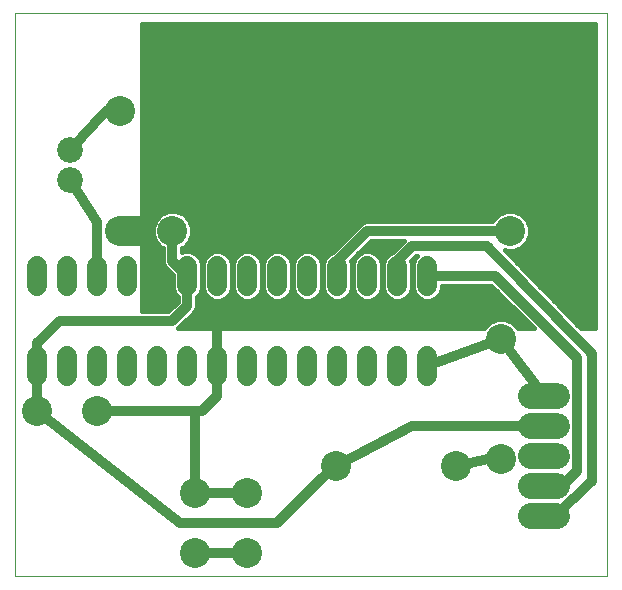
<source format=gbl>
G75*
%MOIN*%
%OFA0B0*%
%FSLAX24Y24*%
%IPPOS*%
%LPD*%
%AMOC8*
5,1,8,0,0,1.08239X$1,22.5*
%
%ADD10C,0.0000*%
%ADD11C,0.1000*%
%ADD12C,0.0860*%
%ADD13C,0.0860*%
%ADD14C,0.0660*%
%ADD15C,0.0320*%
%ADD16C,0.0160*%
%ADD17C,0.1000*%
D10*
X001005Y002134D02*
X020755Y002134D01*
X020755Y020884D01*
X001005Y020884D01*
X001005Y002134D01*
D11*
X001755Y007634D03*
X003755Y007634D03*
X007005Y004884D03*
X008755Y004884D03*
X008755Y002884D03*
X007005Y002884D03*
X011705Y005784D03*
X015705Y005784D03*
X017205Y006034D03*
X017205Y010034D03*
X017505Y013634D03*
X006255Y013634D03*
X006255Y015634D03*
X004505Y013634D03*
X004505Y017634D03*
D12*
X018225Y008134D02*
X019085Y008134D01*
X019085Y007134D02*
X018225Y007134D01*
X018225Y006134D02*
X019085Y006134D01*
X019085Y005134D02*
X018225Y005134D01*
X018225Y004134D02*
X019085Y004134D01*
D13*
X002855Y015334D03*
X002855Y016334D03*
D14*
X002755Y012464D02*
X002755Y011804D01*
X001755Y011804D02*
X001755Y012464D01*
X003755Y012464D02*
X003755Y011804D01*
X004755Y011804D02*
X004755Y012464D01*
X005755Y012464D02*
X005755Y011804D01*
X006755Y011804D02*
X006755Y012464D01*
X007755Y012464D02*
X007755Y011804D01*
X008755Y011804D02*
X008755Y012464D01*
X009755Y012464D02*
X009755Y011804D01*
X010755Y011804D02*
X010755Y012464D01*
X011755Y012464D02*
X011755Y011804D01*
X012755Y011804D02*
X012755Y012464D01*
X013755Y012464D02*
X013755Y011804D01*
X014755Y011804D02*
X014755Y012464D01*
X014755Y009464D02*
X014755Y008804D01*
X013755Y008804D02*
X013755Y009464D01*
X012755Y009464D02*
X012755Y008804D01*
X011755Y008804D02*
X011755Y009464D01*
X010755Y009464D02*
X010755Y008804D01*
X009755Y008804D02*
X009755Y009464D01*
X008755Y009464D02*
X008755Y008804D01*
X007755Y008804D02*
X007755Y009464D01*
X006755Y009464D02*
X006755Y008804D01*
X005755Y008804D02*
X005755Y009464D01*
X004755Y009464D02*
X004755Y008804D01*
X003755Y008804D02*
X003755Y009464D01*
X002755Y009464D02*
X002755Y008804D01*
X001755Y008804D02*
X001755Y009464D01*
D15*
X001755Y009134D02*
X001755Y009884D01*
X002505Y010634D01*
X006255Y010634D01*
X006755Y011134D01*
X006755Y012134D01*
X006255Y012634D01*
X006255Y013634D01*
X003755Y013934D02*
X003755Y012134D01*
X003755Y013934D02*
X002855Y015334D01*
X002855Y016334D02*
X004055Y017634D01*
X004505Y017634D01*
X007755Y010634D02*
X007755Y009134D01*
X007755Y008134D01*
X007255Y007634D01*
X007005Y007634D01*
X007005Y004884D01*
X008755Y004884D01*
X009755Y003884D02*
X006505Y003884D01*
X001755Y007634D01*
X001755Y009134D01*
X003755Y007634D02*
X007005Y007634D01*
X009755Y003884D02*
X011255Y005384D01*
X011705Y005784D01*
X014255Y007134D01*
X018655Y007134D01*
X018655Y008134D02*
X017205Y010034D01*
X014755Y009134D01*
X014755Y012134D02*
X017005Y012134D01*
X019755Y009384D01*
X019755Y005634D01*
X019255Y005134D01*
X018655Y005134D01*
X018655Y004134D02*
X019005Y004134D01*
X020255Y005284D01*
X020255Y009534D01*
X016755Y013134D01*
X014255Y013134D01*
X013755Y012634D01*
X013755Y012134D01*
X012755Y013634D02*
X017505Y013634D01*
X012755Y013634D02*
X011755Y012634D01*
X011755Y012134D01*
X015705Y005784D02*
X017255Y006134D01*
X017205Y006034D01*
X008755Y002884D02*
X007005Y002884D01*
D16*
X006458Y010384D02*
X016636Y010384D01*
X016645Y010408D01*
X016831Y010594D01*
X017074Y010694D01*
X017336Y010694D01*
X017579Y010594D01*
X017765Y010408D01*
X017774Y010384D01*
X018302Y010384D01*
X016872Y011814D01*
X015245Y011814D01*
X015245Y011707D01*
X015170Y011527D01*
X015033Y011389D01*
X014852Y011314D01*
X014658Y011314D01*
X014477Y011389D01*
X014340Y011527D01*
X014265Y011707D01*
X014265Y012562D01*
X014340Y012742D01*
X014412Y012814D01*
X014388Y012814D01*
X014213Y012639D01*
X014245Y012562D01*
X014245Y011707D01*
X014170Y011527D01*
X014033Y011389D01*
X013852Y011314D01*
X013658Y011314D01*
X013477Y011389D01*
X013340Y011527D01*
X013265Y011707D01*
X013265Y012562D01*
X013340Y012742D01*
X013477Y012880D01*
X013598Y012929D01*
X013982Y013314D01*
X012888Y013314D01*
X012213Y012639D01*
X012245Y012562D01*
X012245Y011707D01*
X012170Y011527D01*
X012033Y011389D01*
X011852Y011314D01*
X011658Y011314D01*
X011477Y011389D01*
X011340Y011527D01*
X011265Y011707D01*
X011265Y012562D01*
X011340Y012742D01*
X011477Y012880D01*
X011598Y012929D01*
X012484Y013815D01*
X012574Y013906D01*
X012691Y013954D01*
X016923Y013954D01*
X016945Y014008D01*
X017131Y014194D01*
X017374Y014294D01*
X017636Y014294D01*
X017879Y014194D01*
X018065Y014008D01*
X018165Y013766D01*
X018165Y013503D01*
X018065Y013260D01*
X017879Y013075D01*
X017636Y012974D01*
X017374Y012974D01*
X017345Y012986D01*
X019875Y010384D01*
X020355Y010384D01*
X020355Y020534D01*
X005255Y020534D01*
X005255Y010954D01*
X006122Y010954D01*
X006435Y011267D01*
X006435Y011431D01*
X006340Y011527D01*
X006265Y011707D01*
X006265Y012172D01*
X005984Y012453D01*
X005935Y012571D01*
X005255Y012571D01*
X005255Y012729D02*
X005935Y012729D01*
X005935Y012571D02*
X005935Y013052D01*
X005881Y013075D01*
X005695Y013260D01*
X005595Y013503D01*
X005595Y013766D01*
X005695Y014008D01*
X005881Y014194D01*
X006124Y014294D01*
X006386Y014294D01*
X006629Y014194D01*
X006815Y014008D01*
X006915Y013766D01*
X006915Y013503D01*
X006815Y013260D01*
X006629Y013075D01*
X006575Y013052D01*
X006575Y012920D01*
X006658Y012954D01*
X006852Y012954D01*
X007033Y012880D01*
X007170Y012742D01*
X007245Y012562D01*
X007245Y011707D01*
X007170Y011527D01*
X007075Y011431D01*
X007075Y011071D01*
X007026Y010953D01*
X006936Y010863D01*
X006526Y010453D01*
X006458Y010384D01*
X006584Y010510D02*
X016748Y010510D01*
X017012Y010669D02*
X006742Y010669D01*
X006901Y010827D02*
X017859Y010827D01*
X017701Y010986D02*
X007040Y010986D01*
X007075Y011144D02*
X017542Y011144D01*
X017384Y011303D02*
X007075Y011303D01*
X007105Y011461D02*
X007405Y011461D01*
X007340Y011527D02*
X007265Y011707D01*
X007265Y012562D01*
X007340Y012742D01*
X007477Y012880D01*
X007658Y012954D01*
X007852Y012954D01*
X008033Y012880D01*
X008170Y012742D01*
X008245Y012562D01*
X008245Y011707D01*
X008170Y011527D01*
X008033Y011389D01*
X007852Y011314D01*
X007658Y011314D01*
X007477Y011389D01*
X007340Y011527D01*
X007301Y011620D02*
X007209Y011620D01*
X007245Y011778D02*
X007265Y011778D01*
X007265Y011937D02*
X007245Y011937D01*
X007245Y012095D02*
X007265Y012095D01*
X007265Y012254D02*
X007245Y012254D01*
X007245Y012412D02*
X007265Y012412D01*
X007269Y012571D02*
X007241Y012571D01*
X007176Y012729D02*
X007334Y012729D01*
X007497Y012888D02*
X007013Y012888D01*
X006759Y013205D02*
X011873Y013205D01*
X012031Y013363D02*
X006857Y013363D01*
X006915Y013522D02*
X012190Y013522D01*
X012348Y013680D02*
X006915Y013680D01*
X006885Y013839D02*
X012507Y013839D01*
X012778Y013205D02*
X013873Y013205D01*
X013714Y013046D02*
X012620Y013046D01*
X012658Y012954D02*
X012852Y012954D01*
X013033Y012880D01*
X013170Y012742D01*
X013245Y012562D01*
X013245Y011707D01*
X013170Y011527D01*
X013033Y011389D01*
X012852Y011314D01*
X012658Y011314D01*
X012477Y011389D01*
X012340Y011527D01*
X012265Y011707D01*
X012265Y012562D01*
X012340Y012742D01*
X012477Y012880D01*
X012658Y012954D01*
X012497Y012888D02*
X012461Y012888D01*
X012334Y012729D02*
X012303Y012729D01*
X012269Y012571D02*
X012241Y012571D01*
X012245Y012412D02*
X012265Y012412D01*
X012265Y012254D02*
X012245Y012254D01*
X012245Y012095D02*
X012265Y012095D01*
X012265Y011937D02*
X012245Y011937D01*
X012245Y011778D02*
X012265Y011778D01*
X012301Y011620D02*
X012209Y011620D01*
X012105Y011461D02*
X012405Y011461D01*
X013105Y011461D02*
X013405Y011461D01*
X013301Y011620D02*
X013209Y011620D01*
X013245Y011778D02*
X013265Y011778D01*
X013265Y011937D02*
X013245Y011937D01*
X013245Y012095D02*
X013265Y012095D01*
X013265Y012254D02*
X013245Y012254D01*
X013245Y012412D02*
X013265Y012412D01*
X013269Y012571D02*
X013241Y012571D01*
X013176Y012729D02*
X013334Y012729D01*
X013497Y012888D02*
X013013Y012888D01*
X014105Y011461D02*
X014405Y011461D01*
X014301Y011620D02*
X014209Y011620D01*
X014245Y011778D02*
X014265Y011778D01*
X014265Y011937D02*
X014245Y011937D01*
X014245Y012095D02*
X014265Y012095D01*
X014265Y012254D02*
X014245Y012254D01*
X014245Y012412D02*
X014265Y012412D01*
X014269Y012571D02*
X014241Y012571D01*
X014303Y012729D02*
X014334Y012729D01*
X015245Y011778D02*
X016908Y011778D01*
X017067Y011620D02*
X015209Y011620D01*
X015105Y011461D02*
X017225Y011461D01*
X018057Y012254D02*
X020355Y012254D01*
X020355Y012412D02*
X017903Y012412D01*
X017749Y012571D02*
X020355Y012571D01*
X020355Y012729D02*
X017595Y012729D01*
X017441Y012888D02*
X020355Y012888D01*
X020355Y013046D02*
X017810Y013046D01*
X018009Y013205D02*
X020355Y013205D01*
X020355Y013363D02*
X018107Y013363D01*
X018165Y013522D02*
X020355Y013522D01*
X020355Y013680D02*
X018165Y013680D01*
X018135Y013839D02*
X020355Y013839D01*
X020355Y013997D02*
X018069Y013997D01*
X017917Y014156D02*
X020355Y014156D01*
X020355Y014314D02*
X005255Y014314D01*
X005255Y014156D02*
X005843Y014156D01*
X005691Y013997D02*
X005255Y013997D01*
X005255Y013839D02*
X005625Y013839D01*
X005595Y013680D02*
X005255Y013680D01*
X005255Y013522D02*
X005595Y013522D01*
X005653Y013363D02*
X005255Y013363D01*
X005255Y013205D02*
X005751Y013205D01*
X005935Y013046D02*
X005255Y013046D01*
X005255Y012888D02*
X005935Y012888D01*
X006024Y012412D02*
X005255Y012412D01*
X005255Y012254D02*
X006183Y012254D01*
X006265Y012095D02*
X005255Y012095D01*
X005255Y011937D02*
X006265Y011937D01*
X006265Y011778D02*
X005255Y011778D01*
X005255Y011620D02*
X006301Y011620D01*
X006405Y011461D02*
X005255Y011461D01*
X005255Y011303D02*
X006435Y011303D01*
X006312Y011144D02*
X005255Y011144D01*
X005255Y010986D02*
X006154Y010986D01*
X006575Y013046D02*
X011714Y013046D01*
X011497Y012888D02*
X011013Y012888D01*
X011033Y012880D02*
X011170Y012742D01*
X011245Y012562D01*
X011245Y011707D01*
X011170Y011527D01*
X011033Y011389D01*
X010852Y011314D01*
X010658Y011314D01*
X010477Y011389D01*
X010340Y011527D01*
X010265Y011707D01*
X010265Y012562D01*
X010340Y012742D01*
X010477Y012880D01*
X010658Y012954D01*
X010852Y012954D01*
X011033Y012880D01*
X011176Y012729D02*
X011334Y012729D01*
X011269Y012571D02*
X011241Y012571D01*
X011245Y012412D02*
X011265Y012412D01*
X011265Y012254D02*
X011245Y012254D01*
X011245Y012095D02*
X011265Y012095D01*
X011265Y011937D02*
X011245Y011937D01*
X011245Y011778D02*
X011265Y011778D01*
X011301Y011620D02*
X011209Y011620D01*
X011105Y011461D02*
X011405Y011461D01*
X010405Y011461D02*
X010105Y011461D01*
X010170Y011527D02*
X010245Y011707D01*
X010245Y012562D01*
X010170Y012742D01*
X010033Y012880D01*
X009852Y012954D01*
X009658Y012954D01*
X009477Y012880D01*
X009340Y012742D01*
X009265Y012562D01*
X009265Y011707D01*
X009340Y011527D01*
X009477Y011389D01*
X009658Y011314D01*
X009852Y011314D01*
X010033Y011389D01*
X010170Y011527D01*
X010209Y011620D02*
X010301Y011620D01*
X010265Y011778D02*
X010245Y011778D01*
X010245Y011937D02*
X010265Y011937D01*
X010265Y012095D02*
X010245Y012095D01*
X010245Y012254D02*
X010265Y012254D01*
X010265Y012412D02*
X010245Y012412D01*
X010241Y012571D02*
X010269Y012571D01*
X010334Y012729D02*
X010176Y012729D01*
X010013Y012888D02*
X010497Y012888D01*
X009497Y012888D02*
X009013Y012888D01*
X009033Y012880D02*
X009170Y012742D01*
X009245Y012562D01*
X009245Y011707D01*
X009170Y011527D01*
X009033Y011389D01*
X008852Y011314D01*
X008658Y011314D01*
X008477Y011389D01*
X008340Y011527D01*
X008265Y011707D01*
X008265Y012562D01*
X008340Y012742D01*
X008477Y012880D01*
X008658Y012954D01*
X008852Y012954D01*
X009033Y012880D01*
X009176Y012729D02*
X009334Y012729D01*
X009269Y012571D02*
X009241Y012571D01*
X009245Y012412D02*
X009265Y012412D01*
X009265Y012254D02*
X009245Y012254D01*
X009245Y012095D02*
X009265Y012095D01*
X009265Y011937D02*
X009245Y011937D01*
X009245Y011778D02*
X009265Y011778D01*
X009301Y011620D02*
X009209Y011620D01*
X009105Y011461D02*
X009405Y011461D01*
X008405Y011461D02*
X008105Y011461D01*
X008209Y011620D02*
X008301Y011620D01*
X008265Y011778D02*
X008245Y011778D01*
X008245Y011937D02*
X008265Y011937D01*
X008265Y012095D02*
X008245Y012095D01*
X008245Y012254D02*
X008265Y012254D01*
X008265Y012412D02*
X008245Y012412D01*
X008241Y012571D02*
X008269Y012571D01*
X008334Y012729D02*
X008176Y012729D01*
X008013Y012888D02*
X008497Y012888D01*
X006819Y013997D02*
X016941Y013997D01*
X017093Y014156D02*
X006667Y014156D01*
X005255Y014473D02*
X020355Y014473D01*
X020355Y014631D02*
X005255Y014631D01*
X005255Y014790D02*
X020355Y014790D01*
X020355Y014948D02*
X005255Y014948D01*
X005255Y015107D02*
X020355Y015107D01*
X020355Y015265D02*
X005255Y015265D01*
X005255Y015424D02*
X020355Y015424D01*
X020355Y015582D02*
X005255Y015582D01*
X005255Y015741D02*
X020355Y015741D01*
X020355Y015899D02*
X005255Y015899D01*
X005255Y016058D02*
X020355Y016058D01*
X020355Y016216D02*
X005255Y016216D01*
X005255Y016375D02*
X020355Y016375D01*
X020355Y016533D02*
X005255Y016533D01*
X005255Y016692D02*
X020355Y016692D01*
X020355Y016850D02*
X005255Y016850D01*
X005255Y017009D02*
X020355Y017009D01*
X020355Y017167D02*
X005255Y017167D01*
X005255Y017326D02*
X020355Y017326D01*
X020355Y017484D02*
X005255Y017484D01*
X005255Y017643D02*
X020355Y017643D01*
X020355Y017801D02*
X005255Y017801D01*
X005255Y017960D02*
X020355Y017960D01*
X020355Y018118D02*
X005255Y018118D01*
X005255Y018277D02*
X020355Y018277D01*
X020355Y018435D02*
X005255Y018435D01*
X005255Y018594D02*
X020355Y018594D01*
X020355Y018752D02*
X005255Y018752D01*
X005255Y018911D02*
X020355Y018911D01*
X020355Y019069D02*
X005255Y019069D01*
X005255Y019228D02*
X020355Y019228D01*
X020355Y019386D02*
X005255Y019386D01*
X005255Y019545D02*
X020355Y019545D01*
X020355Y019703D02*
X005255Y019703D01*
X005255Y019862D02*
X020355Y019862D01*
X020355Y020020D02*
X005255Y020020D01*
X005255Y020179D02*
X020355Y020179D01*
X020355Y020337D02*
X005255Y020337D01*
X005255Y020496D02*
X020355Y020496D01*
X020355Y012095D02*
X018211Y012095D01*
X018366Y011937D02*
X020355Y011937D01*
X020355Y011778D02*
X018520Y011778D01*
X018674Y011620D02*
X020355Y011620D01*
X020355Y011461D02*
X018828Y011461D01*
X018982Y011303D02*
X020355Y011303D01*
X020355Y011144D02*
X019136Y011144D01*
X019290Y010986D02*
X020355Y010986D01*
X020355Y010827D02*
X019444Y010827D01*
X019598Y010669D02*
X020355Y010669D01*
X020355Y010510D02*
X019752Y010510D01*
X018176Y010510D02*
X017662Y010510D01*
X017398Y010669D02*
X018018Y010669D01*
D17*
X005105Y013634D02*
X004505Y013634D01*
M02*

</source>
